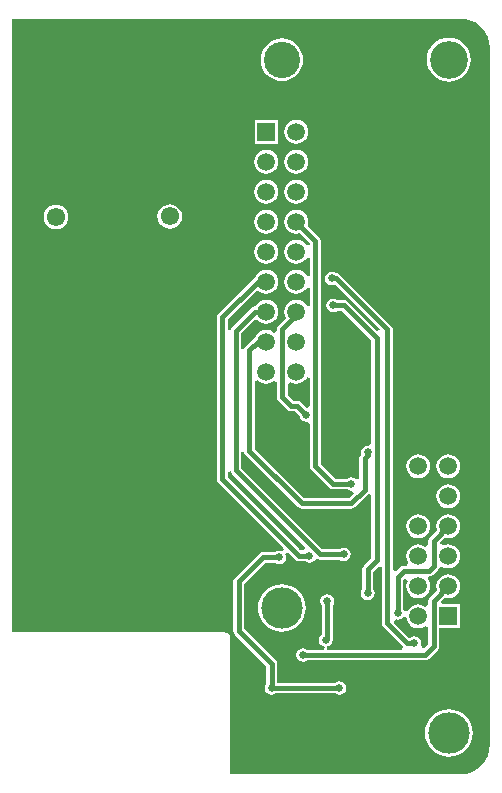
<source format=gbl>
G04 Layer_Physical_Order=2*
G04 Layer_Color=16711680*
%FSAX25Y25*%
%MOIN*%
G70*
G01*
G75*
%ADD19C,0.01500*%
%ADD22C,0.05512*%
%ADD23R,0.07874X0.07874*%
%ADD24C,0.06102*%
%ADD25R,0.05906X0.05906*%
%ADD26C,0.05906*%
%ADD27C,0.12097*%
%ADD28C,0.13780*%
%ADD29C,0.12598*%
%ADD30C,0.02500*%
G36*
X2336148Y1406185D02*
X2337982Y1405628D01*
X2339673Y1404725D01*
X2341154Y1403509D01*
X2342370Y1402027D01*
X2343274Y1400336D01*
X2343830Y1398502D01*
X2344028Y1396495D01*
Y1164410D01*
X2343830Y1162403D01*
X2343274Y1160569D01*
X2342370Y1158879D01*
X2341154Y1157397D01*
X2339673Y1156181D01*
X2337982Y1155277D01*
X2336148Y1154721D01*
X2334141Y1154523D01*
X2257523D01*
Y1199744D01*
X2257369Y1200518D01*
X2256931Y1201175D01*
X2256274Y1201613D01*
X2255500Y1201767D01*
X2184688D01*
Y1406382D01*
X2334141D01*
X2336148Y1406185D01*
D02*
G37*
%LPC*%
G36*
X2269520Y1332613D02*
X2268488Y1332477D01*
X2267526Y1332079D01*
X2266701Y1331445D01*
X2266067Y1330619D01*
X2265669Y1329658D01*
X2265533Y1328626D01*
X2265669Y1327594D01*
X2266067Y1326632D01*
X2266701Y1325807D01*
X2267526Y1325173D01*
X2268488Y1324775D01*
X2269520Y1324639D01*
X2270551Y1324775D01*
X2271513Y1325173D01*
X2272339Y1325807D01*
X2272972Y1326632D01*
X2273371Y1327594D01*
X2273507Y1328626D01*
X2273371Y1329658D01*
X2272972Y1330619D01*
X2272339Y1331445D01*
X2271513Y1332079D01*
X2270551Y1332477D01*
X2269520Y1332613D01*
D02*
G37*
G36*
X2330134Y1261144D02*
X2329102Y1261008D01*
X2328140Y1260610D01*
X2327315Y1259977D01*
X2326681Y1259151D01*
X2326283Y1258189D01*
X2326147Y1257157D01*
X2326283Y1256126D01*
X2326681Y1255164D01*
X2327315Y1254338D01*
X2328140Y1253705D01*
X2329102Y1253306D01*
X2330134Y1253171D01*
X2331166Y1253306D01*
X2332127Y1253705D01*
X2332953Y1254338D01*
X2333587Y1255164D01*
X2333985Y1256126D01*
X2334121Y1257157D01*
X2333985Y1258189D01*
X2333587Y1259151D01*
X2332953Y1259977D01*
X2332127Y1260610D01*
X2331166Y1261008D01*
X2330134Y1261144D01*
D02*
G37*
G36*
X2269520Y1342613D02*
X2268488Y1342477D01*
X2267526Y1342079D01*
X2266701Y1341445D01*
X2266067Y1340619D01*
X2265669Y1339658D01*
X2265533Y1338626D01*
X2265669Y1337594D01*
X2266067Y1336633D01*
X2266701Y1335807D01*
X2267526Y1335173D01*
X2268488Y1334775D01*
X2269520Y1334639D01*
X2270551Y1334775D01*
X2271513Y1335173D01*
X2272339Y1335807D01*
X2272972Y1336633D01*
X2273371Y1337594D01*
X2273507Y1338626D01*
X2273371Y1339658D01*
X2272972Y1340619D01*
X2272339Y1341445D01*
X2271513Y1342079D01*
X2270551Y1342477D01*
X2269520Y1342613D01*
D02*
G37*
G36*
X2279520D02*
X2278488Y1342477D01*
X2277526Y1342079D01*
X2276701Y1341445D01*
X2276067Y1340619D01*
X2275669Y1339658D01*
X2275533Y1338626D01*
X2275669Y1337594D01*
X2276067Y1336633D01*
X2276701Y1335807D01*
X2277526Y1335173D01*
X2278488Y1334775D01*
X2279520Y1334639D01*
X2280552Y1334775D01*
X2280761Y1334862D01*
X2283963Y1331659D01*
X2283889Y1331009D01*
X2283401Y1330801D01*
X2282865Y1330759D01*
X2282339Y1331445D01*
X2281513Y1332079D01*
X2280552Y1332477D01*
X2279520Y1332613D01*
X2278488Y1332477D01*
X2277526Y1332079D01*
X2276701Y1331445D01*
X2276067Y1330619D01*
X2275669Y1329658D01*
X2275533Y1328626D01*
X2275669Y1327594D01*
X2276067Y1326632D01*
X2276701Y1325807D01*
X2277526Y1325173D01*
X2278488Y1324775D01*
X2279520Y1324639D01*
X2280552Y1324775D01*
X2281513Y1325173D01*
X2282339Y1325807D01*
X2282972Y1326632D01*
X2283019Y1326745D01*
X2284019Y1326546D01*
Y1320706D01*
X2283019Y1320507D01*
X2282972Y1320619D01*
X2282339Y1321445D01*
X2281513Y1322079D01*
X2280552Y1322477D01*
X2279520Y1322613D01*
X2278488Y1322477D01*
X2277526Y1322079D01*
X2276701Y1321445D01*
X2276067Y1320619D01*
X2275669Y1319658D01*
X2275533Y1318626D01*
X2275669Y1317594D01*
X2276067Y1316632D01*
X2276701Y1315807D01*
X2277526Y1315173D01*
X2278488Y1314775D01*
X2279520Y1314639D01*
X2280552Y1314775D01*
X2281513Y1315173D01*
X2282339Y1315807D01*
X2282972Y1316632D01*
X2283019Y1316745D01*
X2284019Y1316546D01*
Y1310706D01*
X2283019Y1310507D01*
X2282972Y1310619D01*
X2282339Y1311445D01*
X2281513Y1312079D01*
X2280552Y1312477D01*
X2279520Y1312613D01*
X2278488Y1312477D01*
X2277526Y1312079D01*
X2276701Y1311445D01*
X2276067Y1310619D01*
X2275669Y1309658D01*
X2275533Y1308626D01*
X2275669Y1307594D01*
X2276067Y1306633D01*
X2276109Y1306577D01*
X2273541Y1304010D01*
X2273155Y1303431D01*
X2273019Y1302748D01*
Y1302119D01*
X2273011Y1302112D01*
X2272019Y1301691D01*
X2271513Y1302079D01*
X2270551Y1302477D01*
X2269520Y1302613D01*
X2268488Y1302477D01*
X2267526Y1302079D01*
X2266701Y1301445D01*
X2266067Y1300619D01*
X2265896Y1300206D01*
X2265419Y1299888D01*
X2265419Y1299888D01*
X2262541Y1297010D01*
X2262155Y1296431D01*
X2262087Y1296093D01*
X2261087Y1296191D01*
Y1301509D01*
X2265593Y1306015D01*
X2266591Y1305949D01*
X2266701Y1305807D01*
X2267526Y1305173D01*
X2268488Y1304775D01*
X2269520Y1304639D01*
X2270551Y1304775D01*
X2271513Y1305173D01*
X2272339Y1305807D01*
X2272972Y1306633D01*
X2273371Y1307594D01*
X2273507Y1308626D01*
X2273371Y1309658D01*
X2272972Y1310619D01*
X2272339Y1311445D01*
X2271513Y1312079D01*
X2270551Y1312477D01*
X2269520Y1312613D01*
X2268488Y1312477D01*
X2267526Y1312079D01*
X2266701Y1311445D01*
X2266067Y1310619D01*
X2265980Y1310410D01*
X2265681D01*
X2264998Y1310274D01*
X2264419Y1309888D01*
X2264419Y1309888D01*
X2258041Y1303510D01*
X2257655Y1302931D01*
X2257587Y1302593D01*
X2256587Y1302691D01*
Y1306009D01*
X2266405Y1315826D01*
X2266701Y1315807D01*
X2267526Y1315173D01*
X2268488Y1314775D01*
X2269520Y1314639D01*
X2270551Y1314775D01*
X2271513Y1315173D01*
X2272339Y1315807D01*
X2272972Y1316632D01*
X2273371Y1317594D01*
X2273507Y1318626D01*
X2273371Y1319658D01*
X2272972Y1320619D01*
X2272339Y1321445D01*
X2271513Y1322079D01*
X2270551Y1322477D01*
X2269520Y1322613D01*
X2268488Y1322477D01*
X2267526Y1322079D01*
X2266701Y1321445D01*
X2266067Y1320619D01*
X2265896Y1320206D01*
X2265419Y1319888D01*
X2253541Y1308010D01*
X2253155Y1307431D01*
X2253019Y1306748D01*
Y1252748D01*
X2253155Y1252065D01*
X2253541Y1251486D01*
X2275515Y1229513D01*
X2274877Y1228736D01*
X2274681Y1228868D01*
X2273803Y1229042D01*
X2272925Y1228868D01*
X2272424Y1228532D01*
X2268303D01*
X2268303Y1228532D01*
X2267620Y1228397D01*
X2267041Y1228010D01*
X2259041Y1220010D01*
X2258655Y1219431D01*
X2258519Y1218748D01*
Y1202248D01*
X2258655Y1201565D01*
X2259041Y1200986D01*
X2269519Y1190509D01*
Y1184628D01*
X2269184Y1184126D01*
X2269009Y1183248D01*
X2269184Y1182370D01*
X2269681Y1181626D01*
X2270425Y1181129D01*
X2271303Y1180954D01*
X2272181Y1181129D01*
X2272683Y1181464D01*
X2292424D01*
X2292925Y1181129D01*
X2293803Y1180954D01*
X2294681Y1181129D01*
X2295425Y1181626D01*
X2295923Y1182370D01*
X2296097Y1183248D01*
X2295923Y1184126D01*
X2295425Y1184870D01*
X2294681Y1185367D01*
X2293803Y1185542D01*
X2292925Y1185367D01*
X2292424Y1185032D01*
X2273087D01*
Y1191248D01*
X2273087Y1191248D01*
X2272952Y1191931D01*
X2272565Y1192510D01*
X2262087Y1202987D01*
Y1218009D01*
X2269042Y1224964D01*
X2272424D01*
X2272925Y1224629D01*
X2273803Y1224454D01*
X2274681Y1224629D01*
X2275425Y1225126D01*
X2275923Y1225870D01*
X2276097Y1226748D01*
X2275923Y1227626D01*
X2275792Y1227822D01*
X2276568Y1228459D01*
X2279041Y1225986D01*
X2279041Y1225986D01*
X2279620Y1225600D01*
X2280303Y1225464D01*
X2280303Y1225464D01*
X2282424D01*
X2282925Y1225129D01*
X2283803Y1224954D01*
X2284681Y1225129D01*
X2285425Y1225626D01*
X2285486Y1225716D01*
X2285950Y1226359D01*
X2286620Y1226100D01*
X2287303Y1225964D01*
X2287303Y1225964D01*
X2293924D01*
X2294425Y1225629D01*
X2295303Y1225454D01*
X2296181Y1225629D01*
X2296925Y1226126D01*
X2297423Y1226870D01*
X2297597Y1227748D01*
X2297423Y1228626D01*
X2296925Y1229370D01*
X2296181Y1229867D01*
X2295303Y1230042D01*
X2294425Y1229867D01*
X2293924Y1229532D01*
X2288042D01*
X2261087Y1256487D01*
Y1261805D01*
X2262087Y1261903D01*
X2262155Y1261565D01*
X2262541Y1260986D01*
X2280041Y1243486D01*
X2280041Y1243486D01*
X2280620Y1243100D01*
X2281303Y1242964D01*
X2281303Y1242964D01*
X2297803D01*
X2298486Y1243100D01*
X2299065Y1243486D01*
X2303519Y1247940D01*
X2303715Y1247928D01*
X2304519Y1247614D01*
Y1226487D01*
X2302041Y1224010D01*
X2301655Y1223431D01*
X2301519Y1222748D01*
Y1216127D01*
X2301184Y1215626D01*
X2301009Y1214748D01*
X2301184Y1213870D01*
X2301681Y1213126D01*
X2302425Y1212629D01*
X2303303Y1212454D01*
X2304181Y1212629D01*
X2304925Y1213126D01*
X2305423Y1213870D01*
X2305597Y1214748D01*
X2305423Y1215626D01*
X2305087Y1216127D01*
Y1222009D01*
X2307019Y1223940D01*
X2308019Y1223526D01*
Y1204748D01*
X2308155Y1204065D01*
X2308541Y1203486D01*
X2314996Y1197032D01*
X2314983Y1196836D01*
X2314669Y1196032D01*
X2289796D01*
X2289697Y1197032D01*
X2289865Y1197066D01*
X2290181Y1197129D01*
X2290925Y1197626D01*
X2291423Y1198370D01*
X2291597Y1199248D01*
X2291543Y1199523D01*
X2291587Y1199748D01*
X2291587Y1199748D01*
Y1210868D01*
X2291923Y1211370D01*
X2292097Y1212248D01*
X2291923Y1213126D01*
X2291425Y1213870D01*
X2290681Y1214367D01*
X2289803Y1214542D01*
X2288925Y1214367D01*
X2288181Y1213870D01*
X2287684Y1213126D01*
X2287509Y1212248D01*
X2287684Y1211370D01*
X2288019Y1210868D01*
Y1201096D01*
X2287681Y1200870D01*
X2287184Y1200126D01*
X2287009Y1199248D01*
X2287184Y1198370D01*
X2287681Y1197626D01*
X2288425Y1197129D01*
X2288742Y1197066D01*
X2288909Y1197032D01*
X2288811Y1196032D01*
X2283183D01*
X2282681Y1196367D01*
X2281803Y1196542D01*
X2280925Y1196367D01*
X2280181Y1195870D01*
X2279684Y1195126D01*
X2279509Y1194248D01*
X2279684Y1193370D01*
X2280181Y1192626D01*
X2280925Y1192129D01*
X2281803Y1191954D01*
X2282681Y1192129D01*
X2283183Y1192464D01*
X2322303D01*
X2322986Y1192600D01*
X2323565Y1192986D01*
X2326565Y1195986D01*
X2326952Y1196565D01*
X2327087Y1197248D01*
Y1203205D01*
X2334087D01*
Y1211110D01*
X2328024D01*
X2327610Y1212110D01*
X2328893Y1213393D01*
X2329102Y1213306D01*
X2330134Y1213171D01*
X2331166Y1213306D01*
X2332127Y1213705D01*
X2332953Y1214338D01*
X2333587Y1215164D01*
X2333985Y1216125D01*
X2334121Y1217157D01*
X2333985Y1218189D01*
X2333587Y1219151D01*
X2332953Y1219977D01*
X2332127Y1220610D01*
X2331166Y1221008D01*
X2330134Y1221144D01*
X2329102Y1221008D01*
X2328140Y1220610D01*
X2327315Y1219977D01*
X2326681Y1219151D01*
X2326283Y1218189D01*
X2326147Y1217157D01*
X2326283Y1216125D01*
X2326369Y1215916D01*
X2324041Y1213588D01*
X2323655Y1213009D01*
X2323519Y1212327D01*
Y1210803D01*
X2322519Y1210310D01*
X2322127Y1210610D01*
X2321166Y1211008D01*
X2320134Y1211144D01*
X2319102Y1211008D01*
X2318140Y1210610D01*
X2317315Y1209977D01*
X2316681Y1209151D01*
X2316516Y1208753D01*
X2315476Y1208856D01*
X2315423Y1209126D01*
X2315087Y1209628D01*
Y1219178D01*
X2315918Y1219919D01*
X2316000Y1219906D01*
X2316187Y1219698D01*
X2316540Y1218809D01*
X2316283Y1218189D01*
X2316147Y1217157D01*
X2316283Y1216125D01*
X2316681Y1215164D01*
X2317315Y1214338D01*
X2318140Y1213705D01*
X2319102Y1213306D01*
X2320134Y1213171D01*
X2321166Y1213306D01*
X2322127Y1213705D01*
X2322953Y1214338D01*
X2323586Y1215164D01*
X2323985Y1216125D01*
X2324121Y1217157D01*
X2323985Y1218189D01*
X2323586Y1219151D01*
X2323347Y1219464D01*
X2323803Y1220464D01*
X2324486Y1220600D01*
X2325065Y1220986D01*
X2326565Y1222486D01*
X2326952Y1223065D01*
X2327002Y1223318D01*
X2327911Y1223746D01*
X2328087Y1223746D01*
X2328140Y1223705D01*
X2329102Y1223306D01*
X2330134Y1223171D01*
X2331166Y1223306D01*
X2332127Y1223705D01*
X2332953Y1224338D01*
X2333587Y1225164D01*
X2333985Y1226126D01*
X2334121Y1227157D01*
X2333985Y1228189D01*
X2333587Y1229151D01*
X2332953Y1229977D01*
X2332127Y1230610D01*
X2331166Y1231008D01*
X2330134Y1231144D01*
X2329102Y1231008D01*
X2328563Y1230785D01*
X2327633Y1231275D01*
X2327535Y1231404D01*
X2327464Y1231964D01*
X2328893Y1233393D01*
X2329102Y1233306D01*
X2330134Y1233171D01*
X2331166Y1233306D01*
X2332127Y1233705D01*
X2332953Y1234338D01*
X2333587Y1235164D01*
X2333985Y1236125D01*
X2334121Y1237157D01*
X2333985Y1238189D01*
X2333587Y1239151D01*
X2332953Y1239977D01*
X2332127Y1240610D01*
X2331166Y1241008D01*
X2330134Y1241144D01*
X2329102Y1241008D01*
X2328140Y1240610D01*
X2327315Y1239977D01*
X2326681Y1239151D01*
X2326283Y1238189D01*
X2326147Y1237157D01*
X2326283Y1236125D01*
X2326369Y1235916D01*
X2324041Y1233588D01*
X2323655Y1233010D01*
X2323519Y1232327D01*
Y1230803D01*
X2322519Y1230310D01*
X2322127Y1230610D01*
X2321166Y1231008D01*
X2320134Y1231144D01*
X2319102Y1231008D01*
X2318140Y1230610D01*
X2317315Y1229977D01*
X2316681Y1229151D01*
X2316283Y1228189D01*
X2316147Y1227157D01*
X2316283Y1226126D01*
X2316681Y1225164D01*
X2316782Y1225032D01*
X2316289Y1224032D01*
X2315303D01*
X2315303Y1224032D01*
X2314620Y1223897D01*
X2314041Y1223510D01*
X2314041Y1223510D01*
X2312587Y1222056D01*
X2311587Y1222470D01*
Y1302748D01*
X2311452Y1303431D01*
X2311065Y1304010D01*
X2294065Y1321010D01*
X2293486Y1321397D01*
X2292803Y1321532D01*
X2292683D01*
X2292181Y1321867D01*
X2291303Y1322042D01*
X2290425Y1321867D01*
X2289681Y1321370D01*
X2289184Y1320626D01*
X2289009Y1319748D01*
X2289184Y1318870D01*
X2289681Y1318126D01*
X2290425Y1317629D01*
X2291303Y1317454D01*
X2292181Y1317629D01*
X2292312Y1317716D01*
X2307281Y1302747D01*
X2307275Y1302714D01*
X2306190Y1302385D01*
X2296565Y1312010D01*
X2295986Y1312397D01*
X2295303Y1312532D01*
X2293183D01*
X2292681Y1312868D01*
X2291803Y1313042D01*
X2290925Y1312868D01*
X2290181Y1312370D01*
X2289684Y1311626D01*
X2289509Y1310748D01*
X2289684Y1309870D01*
X2290181Y1309126D01*
X2290925Y1308629D01*
X2291803Y1308454D01*
X2292681Y1308629D01*
X2293183Y1308964D01*
X2294564D01*
X2304519Y1299009D01*
Y1264753D01*
X2303519Y1263999D01*
X2303303Y1264042D01*
X2302425Y1263867D01*
X2301681Y1263370D01*
X2301184Y1262626D01*
X2301009Y1261748D01*
X2301137Y1261105D01*
X2301041Y1261010D01*
X2300655Y1260431D01*
X2300519Y1259748D01*
Y1253034D01*
X2299519Y1252730D01*
X2299425Y1252870D01*
X2298681Y1253368D01*
X2297803Y1253542D01*
X2296925Y1253368D01*
X2296424Y1253032D01*
X2292542D01*
X2287587Y1257987D01*
Y1332343D01*
X2287452Y1333025D01*
X2287065Y1333604D01*
X2287065Y1333604D01*
X2283284Y1337385D01*
X2283371Y1337594D01*
X2283507Y1338626D01*
X2283371Y1339658D01*
X2282972Y1340619D01*
X2282339Y1341445D01*
X2281513Y1342079D01*
X2280552Y1342477D01*
X2279520Y1342613D01*
D02*
G37*
G36*
X2320134Y1261144D02*
X2319102Y1261008D01*
X2318140Y1260610D01*
X2317315Y1259977D01*
X2316681Y1259151D01*
X2316283Y1258189D01*
X2316147Y1257157D01*
X2316283Y1256126D01*
X2316681Y1255164D01*
X2317315Y1254338D01*
X2318140Y1253705D01*
X2319102Y1253306D01*
X2320134Y1253171D01*
X2321166Y1253306D01*
X2322127Y1253705D01*
X2322953Y1254338D01*
X2323586Y1255164D01*
X2323985Y1256126D01*
X2324121Y1257157D01*
X2323985Y1258189D01*
X2323586Y1259151D01*
X2322953Y1259977D01*
X2322127Y1260610D01*
X2321166Y1261008D01*
X2320134Y1261144D01*
D02*
G37*
G36*
X2274634Y1217869D02*
X2273087Y1217717D01*
X2271600Y1217265D01*
X2270229Y1216533D01*
X2269028Y1215547D01*
X2268042Y1214345D01*
X2267309Y1212975D01*
X2266858Y1211488D01*
X2266706Y1209941D01*
X2266858Y1208394D01*
X2267309Y1206907D01*
X2268042Y1205536D01*
X2269028Y1204335D01*
X2270229Y1203349D01*
X2271600Y1202617D01*
X2273087Y1202165D01*
X2274634Y1202013D01*
X2276180Y1202165D01*
X2277668Y1202617D01*
X2279038Y1203349D01*
X2280240Y1204335D01*
X2281226Y1205536D01*
X2281958Y1206907D01*
X2282409Y1208394D01*
X2282562Y1209941D01*
X2282409Y1211488D01*
X2281958Y1212975D01*
X2281226Y1214345D01*
X2280240Y1215547D01*
X2279038Y1216533D01*
X2277668Y1217265D01*
X2276180Y1217717D01*
X2274634Y1217869D01*
D02*
G37*
G36*
X2330303Y1176176D02*
X2328757Y1176024D01*
X2327269Y1175572D01*
X2325899Y1174840D01*
X2324697Y1173854D01*
X2323711Y1172653D01*
X2322979Y1171282D01*
X2322528Y1169795D01*
X2322375Y1168248D01*
X2322528Y1166701D01*
X2322979Y1165214D01*
X2323711Y1163844D01*
X2324697Y1162642D01*
X2325899Y1161656D01*
X2327269Y1160924D01*
X2328757Y1160472D01*
X2330303Y1160320D01*
X2331850Y1160472D01*
X2333337Y1160924D01*
X2334708Y1161656D01*
X2335909Y1162642D01*
X2336895Y1163844D01*
X2337628Y1165214D01*
X2338079Y1166701D01*
X2338231Y1168248D01*
X2338079Y1169795D01*
X2337628Y1171282D01*
X2336895Y1172653D01*
X2335909Y1173854D01*
X2334708Y1174840D01*
X2333337Y1175572D01*
X2331850Y1176024D01*
X2330303Y1176176D01*
D02*
G37*
G36*
X2330134Y1251144D02*
X2329102Y1251008D01*
X2328140Y1250610D01*
X2327315Y1249977D01*
X2326681Y1249151D01*
X2326283Y1248189D01*
X2326147Y1247157D01*
X2326283Y1246126D01*
X2326681Y1245164D01*
X2327315Y1244338D01*
X2328140Y1243705D01*
X2329102Y1243306D01*
X2330134Y1243171D01*
X2331166Y1243306D01*
X2332127Y1243705D01*
X2332953Y1244338D01*
X2333587Y1245164D01*
X2333985Y1246126D01*
X2334121Y1247157D01*
X2333985Y1248189D01*
X2333587Y1249151D01*
X2332953Y1249977D01*
X2332127Y1250610D01*
X2331166Y1251008D01*
X2330134Y1251144D01*
D02*
G37*
G36*
X2320134Y1241144D02*
X2319102Y1241008D01*
X2318140Y1240610D01*
X2317315Y1239977D01*
X2316681Y1239151D01*
X2316283Y1238189D01*
X2316147Y1237157D01*
X2316283Y1236125D01*
X2316681Y1235164D01*
X2317315Y1234338D01*
X2318140Y1233705D01*
X2319102Y1233306D01*
X2320134Y1233171D01*
X2321166Y1233306D01*
X2322127Y1233705D01*
X2322953Y1234338D01*
X2323586Y1235164D01*
X2323985Y1236125D01*
X2324121Y1237157D01*
X2323985Y1238189D01*
X2323586Y1239151D01*
X2322953Y1239977D01*
X2322127Y1240610D01*
X2321166Y1241008D01*
X2320134Y1241144D01*
D02*
G37*
G36*
X2330303Y1399992D02*
X2328872Y1399851D01*
X2327496Y1399434D01*
X2326228Y1398756D01*
X2325117Y1397844D01*
X2324205Y1396732D01*
X2323527Y1395464D01*
X2323109Y1394088D01*
X2322969Y1392657D01*
X2323109Y1391226D01*
X2323527Y1389851D01*
X2324205Y1388583D01*
X2325117Y1387471D01*
X2326228Y1386559D01*
X2327496Y1385881D01*
X2328872Y1385464D01*
X2330303Y1385323D01*
X2331734Y1385464D01*
X2333110Y1385881D01*
X2334378Y1386559D01*
X2335489Y1387471D01*
X2336402Y1388583D01*
X2337079Y1389851D01*
X2337497Y1391226D01*
X2337638Y1392657D01*
X2337497Y1394088D01*
X2337079Y1395464D01*
X2336402Y1396732D01*
X2335489Y1397844D01*
X2334378Y1398756D01*
X2333110Y1399434D01*
X2331734Y1399851D01*
X2330303Y1399992D01*
D02*
G37*
G36*
X2269520Y1362613D02*
X2268488Y1362477D01*
X2267526Y1362079D01*
X2266701Y1361445D01*
X2266067Y1360619D01*
X2265669Y1359658D01*
X2265533Y1358626D01*
X2265669Y1357594D01*
X2266067Y1356633D01*
X2266701Y1355807D01*
X2267526Y1355173D01*
X2268488Y1354775D01*
X2269520Y1354639D01*
X2270551Y1354775D01*
X2271513Y1355173D01*
X2272339Y1355807D01*
X2272972Y1356633D01*
X2273371Y1357594D01*
X2273507Y1358626D01*
X2273371Y1359658D01*
X2272972Y1360619D01*
X2272339Y1361445D01*
X2271513Y1362079D01*
X2270551Y1362477D01*
X2269520Y1362613D01*
D02*
G37*
G36*
X2279520D02*
X2278488Y1362477D01*
X2277526Y1362079D01*
X2276701Y1361445D01*
X2276067Y1360619D01*
X2275669Y1359658D01*
X2275533Y1358626D01*
X2275669Y1357594D01*
X2276067Y1356633D01*
X2276701Y1355807D01*
X2277526Y1355173D01*
X2278488Y1354775D01*
X2279520Y1354639D01*
X2280552Y1354775D01*
X2281513Y1355173D01*
X2282339Y1355807D01*
X2282972Y1356633D01*
X2283371Y1357594D01*
X2283507Y1358626D01*
X2283371Y1359658D01*
X2282972Y1360619D01*
X2282339Y1361445D01*
X2281513Y1362079D01*
X2280552Y1362477D01*
X2279520Y1362613D01*
D02*
G37*
G36*
X2273472Y1372579D02*
X2265567D01*
Y1364673D01*
X2273472D01*
Y1372579D01*
D02*
G37*
G36*
X2279520Y1372613D02*
X2278488Y1372477D01*
X2277526Y1372079D01*
X2276701Y1371445D01*
X2276067Y1370619D01*
X2275669Y1369658D01*
X2275533Y1368626D01*
X2275669Y1367594D01*
X2276067Y1366632D01*
X2276701Y1365807D01*
X2277526Y1365173D01*
X2278488Y1364775D01*
X2279520Y1364639D01*
X2280552Y1364775D01*
X2281513Y1365173D01*
X2282339Y1365807D01*
X2282972Y1366632D01*
X2283371Y1367594D01*
X2283507Y1368626D01*
X2283371Y1369658D01*
X2282972Y1370619D01*
X2282339Y1371445D01*
X2281513Y1372079D01*
X2280552Y1372477D01*
X2279520Y1372613D01*
D02*
G37*
G36*
X2237280Y1344488D02*
X2236222Y1344349D01*
X2235237Y1343941D01*
X2234390Y1343292D01*
X2233741Y1342445D01*
X2233333Y1341460D01*
X2233193Y1340402D01*
X2233333Y1339345D01*
X2233741Y1338359D01*
X2234390Y1337513D01*
X2235237Y1336864D01*
X2236222Y1336455D01*
X2237280Y1336316D01*
X2238337Y1336455D01*
X2239323Y1336864D01*
X2240169Y1337513D01*
X2240818Y1338359D01*
X2241227Y1339345D01*
X2241366Y1340402D01*
X2241227Y1341460D01*
X2240818Y1342445D01*
X2240169Y1343292D01*
X2239323Y1343941D01*
X2238337Y1344349D01*
X2237280Y1344488D01*
D02*
G37*
G36*
X2199386Y1344292D02*
X2198328Y1344152D01*
X2197343Y1343744D01*
X2196497Y1343095D01*
X2195847Y1342249D01*
X2195439Y1341263D01*
X2195300Y1340205D01*
X2195439Y1339148D01*
X2195847Y1338162D01*
X2196497Y1337316D01*
X2197343Y1336667D01*
X2198328Y1336259D01*
X2199386Y1336119D01*
X2200443Y1336259D01*
X2201429Y1336667D01*
X2202275Y1337316D01*
X2202925Y1338162D01*
X2203333Y1339148D01*
X2203472Y1340205D01*
X2203333Y1341263D01*
X2202925Y1342249D01*
X2202275Y1343095D01*
X2201429Y1343744D01*
X2200443Y1344152D01*
X2199386Y1344292D01*
D02*
G37*
G36*
X2269520Y1352613D02*
X2268488Y1352477D01*
X2267526Y1352079D01*
X2266701Y1351445D01*
X2266067Y1350619D01*
X2265669Y1349658D01*
X2265533Y1348626D01*
X2265669Y1347594D01*
X2266067Y1346632D01*
X2266701Y1345807D01*
X2267526Y1345173D01*
X2268488Y1344775D01*
X2269520Y1344639D01*
X2270551Y1344775D01*
X2271513Y1345173D01*
X2272339Y1345807D01*
X2272972Y1346632D01*
X2273371Y1347594D01*
X2273507Y1348626D01*
X2273371Y1349658D01*
X2272972Y1350619D01*
X2272339Y1351445D01*
X2271513Y1352079D01*
X2270551Y1352477D01*
X2269520Y1352613D01*
D02*
G37*
G36*
X2279520D02*
X2278488Y1352477D01*
X2277526Y1352079D01*
X2276701Y1351445D01*
X2276067Y1350619D01*
X2275669Y1349658D01*
X2275533Y1348626D01*
X2275669Y1347594D01*
X2276067Y1346632D01*
X2276701Y1345807D01*
X2277526Y1345173D01*
X2278488Y1344775D01*
X2279520Y1344639D01*
X2280552Y1344775D01*
X2281513Y1345173D01*
X2282339Y1345807D01*
X2282972Y1346632D01*
X2283371Y1347594D01*
X2283507Y1348626D01*
X2283371Y1349658D01*
X2282972Y1350619D01*
X2282339Y1351445D01*
X2281513Y1352079D01*
X2280552Y1352477D01*
X2279520Y1352613D01*
D02*
G37*
G36*
X2274634Y1399740D02*
X2273252Y1399604D01*
X2271923Y1399201D01*
X2270699Y1398547D01*
X2269625Y1397666D01*
X2268745Y1396592D01*
X2268090Y1395368D01*
X2267687Y1394039D01*
X2267551Y1392657D01*
X2267687Y1391276D01*
X2268090Y1389947D01*
X2268745Y1388722D01*
X2269625Y1387649D01*
X2270699Y1386768D01*
X2271923Y1386114D01*
X2273252Y1385711D01*
X2274634Y1385575D01*
X2276016Y1385711D01*
X2277344Y1386114D01*
X2278569Y1386768D01*
X2279642Y1387649D01*
X2280523Y1388722D01*
X2281178Y1389947D01*
X2281581Y1391276D01*
X2281717Y1392657D01*
X2281581Y1394039D01*
X2281178Y1395368D01*
X2280523Y1396592D01*
X2279642Y1397666D01*
X2278569Y1398547D01*
X2277344Y1399201D01*
X2276016Y1399604D01*
X2274634Y1399740D01*
D02*
G37*
%LPD*%
G36*
X2316202Y1206737D02*
X2316283Y1206126D01*
X2316681Y1205164D01*
X2317315Y1204338D01*
X2318140Y1203705D01*
X2319102Y1203306D01*
X2320134Y1203171D01*
X2321166Y1203306D01*
X2322127Y1203705D01*
X2322519Y1204005D01*
X2323519Y1203512D01*
Y1197987D01*
X2322066Y1196535D01*
X2321614Y1196606D01*
X2321445Y1196793D01*
X2320990Y1197709D01*
X2321097Y1198248D01*
X2320923Y1199126D01*
X2320425Y1199870D01*
X2319681Y1200368D01*
X2318803Y1200542D01*
X2317925Y1200368D01*
X2317424Y1200032D01*
X2317042D01*
X2312174Y1204900D01*
X2312457Y1206032D01*
X2312587Y1206096D01*
X2313303Y1205954D01*
X2314181Y1206129D01*
X2314925Y1206626D01*
X2315162Y1206980D01*
X2316202Y1206737D01*
D02*
G37*
G36*
X2284019Y1286546D02*
Y1277253D01*
X2283196Y1276573D01*
X2283019Y1276556D01*
X2281065Y1278510D01*
X2280486Y1278897D01*
X2279803Y1279032D01*
X2278542D01*
X2276587Y1280987D01*
Y1284633D01*
X2277526Y1285173D01*
X2278488Y1284775D01*
X2279520Y1284639D01*
X2280552Y1284775D01*
X2281513Y1285173D01*
X2282339Y1285807D01*
X2282972Y1286633D01*
X2283019Y1286745D01*
X2284019Y1286546D01*
D02*
G37*
G36*
X2266701Y1285807D02*
X2267526Y1285173D01*
X2268488Y1284775D01*
X2269520Y1284639D01*
X2270551Y1284775D01*
X2271513Y1285173D01*
X2272019Y1285561D01*
X2273011Y1285140D01*
X2273019Y1285133D01*
Y1280248D01*
X2273155Y1279565D01*
X2273541Y1278986D01*
X2276541Y1275986D01*
X2277120Y1275600D01*
X2277803Y1275464D01*
X2279064D01*
X2280566Y1273962D01*
X2280684Y1273370D01*
X2281181Y1272626D01*
X2281925Y1272129D01*
X2282803Y1271954D01*
X2283019Y1271997D01*
X2284019Y1271243D01*
Y1257248D01*
X2284155Y1256565D01*
X2284541Y1255986D01*
X2290541Y1249986D01*
X2291120Y1249600D01*
X2291803Y1249464D01*
X2296424D01*
X2296925Y1249129D01*
X2297803Y1248954D01*
X2298138Y1249021D01*
X2298631Y1248099D01*
X2297064Y1246532D01*
X2282042D01*
X2265587Y1262987D01*
Y1285615D01*
X2266587Y1285954D01*
X2266701Y1285807D01*
D02*
G37*
G36*
X2257655Y1255065D02*
X2258041Y1254486D01*
X2282345Y1230183D01*
X2282363Y1229915D01*
X2281910Y1229351D01*
X2280771Y1229303D01*
X2256587Y1253487D01*
Y1255305D01*
X2257587Y1255403D01*
X2257655Y1255065D01*
D02*
G37*
D19*
X2322303Y1194248D02*
X2325303Y1197248D01*
X2281803Y1194248D02*
X2322303D01*
X2271303Y1183248D02*
Y1191248D01*
X2260303Y1202248D02*
X2271303Y1191248D01*
X2260303Y1202248D02*
Y1218748D01*
X2259303Y1302248D02*
X2265681Y1308626D01*
X2259303Y1255748D02*
Y1302248D01*
Y1255748D02*
X2287303Y1227748D01*
X2254803Y1306748D02*
X2266681Y1318626D01*
X2254803Y1252748D02*
Y1306748D01*
Y1252748D02*
X2280303Y1227248D01*
X2271303Y1183248D02*
X2293803D01*
X2260303Y1218748D02*
X2268303Y1226748D01*
X2273803D01*
X2279803Y1277248D02*
X2282803Y1274248D01*
X2277803Y1277248D02*
X2279803D01*
X2285803Y1257248D02*
Y1332343D01*
X2274803Y1280248D02*
X2277803Y1277248D01*
X2274803Y1280248D02*
Y1302748D01*
X2279520Y1307465D01*
Y1308626D01*
X2287303Y1227748D02*
X2295303D01*
X2280303Y1227248D02*
X2283803D01*
X2266681Y1318626D02*
X2269520D01*
X2263803Y1295748D02*
X2266681Y1298626D01*
X2263803Y1262248D02*
Y1295748D01*
Y1262248D02*
X2281303Y1244748D01*
X2325303Y1212327D02*
X2330134Y1217157D01*
X2325303Y1197248D02*
Y1212327D01*
X2291803Y1310748D02*
X2295303D01*
X2306303Y1299748D01*
Y1225748D02*
Y1299748D01*
X2303303Y1222748D02*
X2306303Y1225748D01*
X2303303Y1214748D02*
Y1222748D01*
X2302303Y1249248D02*
Y1259748D01*
X2297803Y1244748D02*
X2302303Y1249248D01*
X2281303Y1244748D02*
X2297803D01*
X2302303Y1259748D02*
X2303303Y1260748D01*
X2292803Y1319748D02*
X2309803Y1302748D01*
Y1204748D02*
Y1302748D01*
Y1204748D02*
X2316303Y1198248D01*
X2313303Y1208248D02*
Y1220248D01*
X2291303Y1319748D02*
X2292803D01*
X2316303Y1198248D02*
X2318803D01*
X2303303Y1260748D02*
Y1261748D01*
X2291803Y1251248D02*
X2297803D01*
X2285803Y1257248D02*
X2291803Y1251248D01*
X2279520Y1338626D02*
X2285803Y1332343D01*
X2325303Y1232327D02*
X2330134Y1237157D01*
X2325303Y1223748D02*
Y1232327D01*
X2323803Y1222248D02*
X2325303Y1223748D01*
X2315303Y1222248D02*
X2323803D01*
X2313303Y1220248D02*
X2315303Y1222248D01*
X2289303Y1199248D02*
X2289803Y1199748D01*
Y1212248D01*
X2266681Y1298626D02*
X2269520D01*
X2265681Y1308626D02*
X2269520D01*
D22*
X2218131Y1364957D02*
D03*
X2237034D02*
D03*
X2245941Y1218749D02*
D03*
X2199234Y1364957D02*
D03*
D23*
X2190134Y1346757D02*
D03*
X2246234Y1356657D02*
D03*
Y1346757D02*
D03*
Y1327157D02*
D03*
Y1317257D02*
D03*
X2223934Y1218757D02*
D03*
X2246234Y1238457D02*
D03*
Y1277857D02*
D03*
X2233734Y1297557D02*
D03*
X2212534D02*
D03*
X2190134Y1218757D02*
D03*
Y1308657D02*
D03*
Y1327157D02*
D03*
Y1258157D02*
D03*
Y1297557D02*
D03*
Y1336957D02*
D03*
X2246234Y1307415D02*
D03*
D24*
X2237280Y1340402D02*
D03*
X2199386Y1340205D02*
D03*
D25*
X2269520Y1368626D02*
D03*
X2330134Y1207157D02*
D03*
D26*
X2269520Y1358626D02*
D03*
Y1348626D02*
D03*
Y1338626D02*
D03*
Y1328626D02*
D03*
Y1318626D02*
D03*
Y1308626D02*
D03*
Y1298626D02*
D03*
Y1288626D02*
D03*
X2279520Y1368626D02*
D03*
Y1358626D02*
D03*
Y1348626D02*
D03*
Y1338626D02*
D03*
Y1328626D02*
D03*
Y1318626D02*
D03*
Y1308626D02*
D03*
Y1298626D02*
D03*
Y1288626D02*
D03*
X2320134Y1257157D02*
D03*
Y1247157D02*
D03*
Y1237157D02*
D03*
Y1227157D02*
D03*
Y1217157D02*
D03*
Y1207157D02*
D03*
X2330134Y1257157D02*
D03*
Y1247157D02*
D03*
Y1237157D02*
D03*
Y1227157D02*
D03*
Y1217157D02*
D03*
D27*
X2274634Y1392657D02*
D03*
D28*
Y1209941D02*
D03*
X2330303Y1168248D02*
D03*
D29*
Y1392657D02*
D03*
D30*
X2287803Y1239248D02*
D03*
X2281803Y1194248D02*
D03*
X2308303Y1360248D02*
D03*
X2293803Y1183248D02*
D03*
X2271303D02*
D03*
X2273803Y1226748D02*
D03*
X2314303Y1291248D02*
D03*
X2308803Y1324748D02*
D03*
X2336303Y1331748D02*
D03*
X2328303Y1330748D02*
D03*
X2303303Y1329248D02*
D03*
X2294803Y1332748D02*
D03*
X2289803Y1359748D02*
D03*
X2294803Y1382248D02*
D03*
X2337303Y1359248D02*
D03*
X2329303Y1358748D02*
D03*
X2294803D02*
D03*
X2282803Y1274248D02*
D03*
X2283803Y1227248D02*
D03*
X2295303Y1227748D02*
D03*
X2291803Y1310748D02*
D03*
X2303303Y1214748D02*
D03*
X2313303Y1208248D02*
D03*
X2291303Y1319748D02*
D03*
X2318803Y1198248D02*
D03*
X2303303Y1261748D02*
D03*
X2297803Y1251248D02*
D03*
X2289303Y1199248D02*
D03*
X2289803Y1212248D02*
D03*
M02*

</source>
